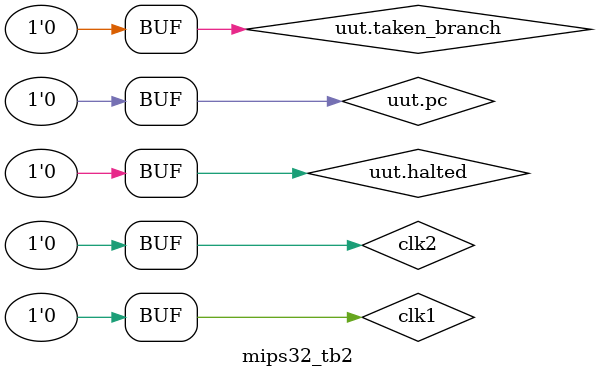
<source format=v>

module mips32_tb2;

  // Clock signals for both phases
  reg clk1, clk2;

  // Loop variable
  integer k;

  // Device Under Test (DUT): instance of the processor
  mips32 uut(clk1, clk2);

  // Clock generator: alternates rising edges for clk1 and clk2
  initial 
  begin
    clk1 = 0; clk2 = 0;

    // Waveform output setup
    $dumpfile("mips32_waveform.vcd");  // Output file for GTKWave
    $dumpvars(0, mips32_tb2);          // Dump all variables in this module

    // 50 clock cycles (each iteration represents one full cycle)
    repeat (50) 
    begin
      #5 clk1 = 1; #5 clk1 = 0;
      #5 clk2 = 1; #5 clk2 = 0;

      // Display key register and memory values
      $monitor("t=%0t | pc=%0d | r1=%0d | r2=%0d | mem[120]=%0d | mem[121]=%0d",
               $time, uut.pc, uut.regfile[1], uut.regfile[2], uut.mem[120], uut.mem[121]);
    end
  end

  // Initialization of memory and registers
  initial
  begin
    // Initial state: r1 points to memory address 120
    //uut.regfile[1] = 120;        // r1 = 120 (address)
    

    // Load program instructions (machine code)
    uut.mem[0] = 32'h28010078; // addi r1, r0, 120       ; r1 = 120
    uut.mem[1] = 32'h0ce77800; // dummy instruction      ; pipeline spacing
    uut.mem[2] = 32'h20220000; // lw   r2, 0(r1)         ; r2 = mem[120]
    uut.mem[3] = 32'h0ce77800; // dummy
    uut.mem[4] = 32'h2842002d; // addi r2, r2, 45        ; r2 += 45
    uut.mem[5] = 32'h0ce77800; // dummy
    uut.mem[6] = 32'h24220001; // sw   r2, 1(r1)         ; mem[121] = r2
    uut.mem[7] = 32'hfc000000; // hlt                    ; halt execution

    uut.mem[120]   = 85;         // memory[120] = 85

    // Initialize control signals
    uut.pc = 0;
    uut.halted = 0;
    uut.taken_branch = 0;

    // Wait for simulation to complete
    #200;
  end

endmodule

</source>
